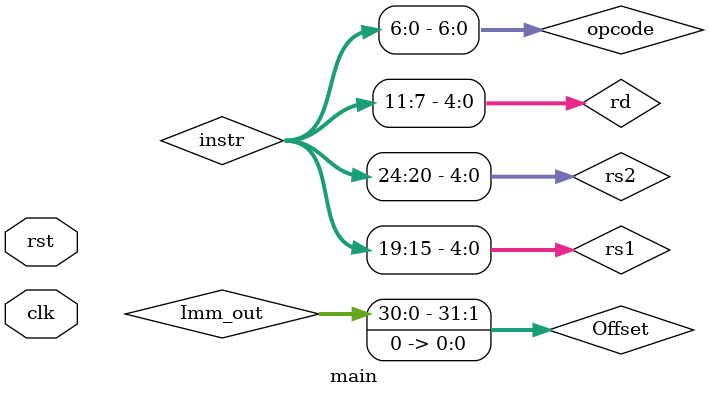
<source format=v>
`include "ALU.v" 
`include "ALU_Control.v"
`include "control_unit.v"
`include "Data_Mem.v"
`include "Imm_Gen.v"
`include "Instr_Mem.v"
`include "reg_file.v"

module main(rst, clk);
	input wire rst, clk;
	
	wire [4:0] rs1, rs2, rd;
	wire [31:0] instr, wr_data, DAT1, DAT2, In2, ALU_Result, mem_rd_data, Imm_out, br_addr, PC_incr;
	wire [31:0] Offset, PC_next;
	reg [31:0] PC_reg; // initialise to 0 on reset
	wire regwr, alusrc, memread, memwrite, memtoreg, branch, Zero, pcsrc;
	wire [6:0] opcode, funct7;
	wire [1:0] immsel, aluop;
	wire [2:0] funct3;
	wire [3:0] ALU_Cntrl;
	
	assign rs1 = instr[19:15];
	assign rs2 = instr[24:20];
	assign rd = instr[11:7];
	assign opcode = instr[6:0];
	assign funct3 = instr[14:12];
	assign funct7 = instr[31:25];
	assign In2 = (alusrc)? Imm_out: DAT2;
	assign wr_data = (memtoreg)? mem_rd_data: ALU_Result;
	assign pcsrc = branch & Zero;
	assign PC_incr = PC_reg + 4;
	assign br_addr = PC_reg + Offset;
	assign Offset = (Imm_out << 1);
	assign PC_next = (pcsrc)? br_addr: PC_incr;
	
	control_unit cu(opcode, regwr, immsel, alusrc, aluop, memread, memwrite, memtoreg, branch);
	ALU_Control_Unit alu_cu(aluop, funct3, funct7, ALU_Cntrl);
	Instr_Mem I_mem(PC_reg,instr);
	reg_file regs(rs1, rs2, rd, wr_data, DAT1, DAT2, regwr, rst, clk);
	ALU alu(ALU_Cntrl, DAT1, In2, Zero, ALU_Result);
	Data_mem D_mem(ALU_Result,DAT2,mem_rd_data,memread,memwrite, clk, rst);
	Imm_Gen immgen(instr, Imm_out, immsel);
	
	always @(posedge clk, posedge rst)
		begin
		if(rst)
			PC_reg <= 0;
		else
			PC_reg <= PC_next;
		end
		
endmodule
</source>
